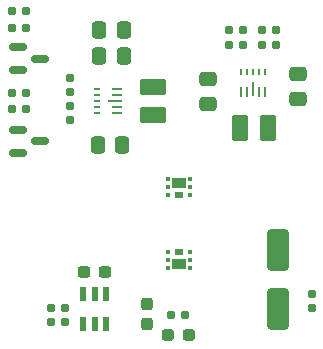
<source format=gbr>
%TF.GenerationSoftware,KiCad,Pcbnew,7.0.6*%
%TF.CreationDate,2023-07-14T02:37:10+02:00*%
%TF.ProjectId,rrr,7272722e-6b69-4636-9164-5f7063625858,rev?*%
%TF.SameCoordinates,Original*%
%TF.FileFunction,Paste,Bot*%
%TF.FilePolarity,Positive*%
%FSLAX46Y46*%
G04 Gerber Fmt 4.6, Leading zero omitted, Abs format (unit mm)*
G04 Created by KiCad (PCBNEW 7.0.6) date 2023-07-14 02:37:10*
%MOMM*%
%LPD*%
G01*
G04 APERTURE LIST*
G04 Aperture macros list*
%AMRoundRect*
0 Rectangle with rounded corners*
0 $1 Rounding radius*
0 $2 $3 $4 $5 $6 $7 $8 $9 X,Y pos of 4 corners*
0 Add a 4 corners polygon primitive as box body*
4,1,4,$2,$3,$4,$5,$6,$7,$8,$9,$2,$3,0*
0 Add four circle primitives for the rounded corners*
1,1,$1+$1,$2,$3*
1,1,$1+$1,$4,$5*
1,1,$1+$1,$6,$7*
1,1,$1+$1,$8,$9*
0 Add four rect primitives between the rounded corners*
20,1,$1+$1,$2,$3,$4,$5,0*
20,1,$1+$1,$4,$5,$6,$7,0*
20,1,$1+$1,$6,$7,$8,$9,0*
20,1,$1+$1,$8,$9,$2,$3,0*%
G04 Aperture macros list end*
%ADD10RoundRect,0.237500X-0.237500X0.300000X-0.237500X-0.300000X0.237500X-0.300000X0.237500X0.300000X0*%
%ADD11R,0.425000X0.400000*%
%ADD12R,1.150000X0.950000*%
%ADD13R,0.800000X0.480000*%
%ADD14RoundRect,0.250000X0.475000X-0.337500X0.475000X0.337500X-0.475000X0.337500X-0.475000X-0.337500X0*%
%ADD15RoundRect,0.150000X-0.587500X-0.150000X0.587500X-0.150000X0.587500X0.150000X-0.587500X0.150000X0*%
%ADD16RoundRect,0.160000X0.197500X0.160000X-0.197500X0.160000X-0.197500X-0.160000X0.197500X-0.160000X0*%
%ADD17RoundRect,0.160000X-0.197500X-0.160000X0.197500X-0.160000X0.197500X0.160000X-0.197500X0.160000X0*%
%ADD18RoundRect,0.160000X-0.160000X0.197500X-0.160000X-0.197500X0.160000X-0.197500X0.160000X0.197500X0*%
%ADD19RoundRect,0.237500X0.300000X0.237500X-0.300000X0.237500X-0.300000X-0.237500X0.300000X-0.237500X0*%
%ADD20RoundRect,0.237500X-0.287500X-0.237500X0.287500X-0.237500X0.287500X0.237500X-0.287500X0.237500X0*%
%ADD21RoundRect,0.160000X0.160000X-0.197500X0.160000X0.197500X-0.160000X0.197500X-0.160000X-0.197500X0*%
%ADD22RoundRect,0.250000X-0.650000X1.500000X-0.650000X-1.500000X0.650000X-1.500000X0.650000X1.500000X0*%
%ADD23R,0.600000X1.200000*%
%ADD24RoundRect,0.250000X0.337500X0.475000X-0.337500X0.475000X-0.337500X-0.475000X0.337500X-0.475000X0*%
%ADD25R,0.250000X0.600000*%
%ADD26R,0.250000X0.900000*%
%ADD27R,0.250000X1.300000*%
%ADD28R,0.600000X0.250000*%
%ADD29R,0.900000X0.250000*%
%ADD30R,1.300000X0.250000*%
%ADD31RoundRect,0.250001X0.462499X0.849999X-0.462499X0.849999X-0.462499X-0.849999X0.462499X-0.849999X0*%
%ADD32RoundRect,0.250001X-0.849999X0.462499X-0.849999X-0.462499X0.849999X-0.462499X0.849999X0.462499X0*%
G04 APERTURE END LIST*
D10*
%TO.C,C8*%
X97300000Y-118937500D03*
X97300000Y-120662500D03*
%TD*%
D11*
%TO.C,Q1*%
X99124000Y-115900000D03*
X99124000Y-115250000D03*
X99124000Y-114600000D03*
X101000000Y-114600000D03*
X101000000Y-115250000D03*
X101000000Y-115900000D03*
D12*
X100062000Y-115575000D03*
D13*
X100062000Y-114550000D03*
%TD*%
D14*
%TO.C,C6*%
X110100000Y-101575000D03*
X110100000Y-99500000D03*
%TD*%
D15*
%TO.C,Q3*%
X86412500Y-106150000D03*
X86412500Y-104250000D03*
X88287500Y-105200000D03*
%TD*%
D16*
%TO.C,R14*%
X87097500Y-102500000D03*
X85902500Y-102500000D03*
%TD*%
D17*
%TO.C,R24*%
X85902500Y-94200000D03*
X87097500Y-94200000D03*
%TD*%
D18*
%TO.C,R8*%
X90837500Y-102202500D03*
X90837500Y-103397500D03*
%TD*%
D19*
%TO.C,C7*%
X93762500Y-116300000D03*
X92037500Y-116300000D03*
%TD*%
D18*
%TO.C,R4*%
X90837500Y-99802500D03*
X90837500Y-100997500D03*
%TD*%
D20*
%TO.C,D2*%
X99150000Y-121600000D03*
X100900000Y-121600000D03*
%TD*%
D17*
%TO.C,R6*%
X107102500Y-97000000D03*
X108297500Y-97000000D03*
%TD*%
D21*
%TO.C,R5*%
X89200000Y-120497500D03*
X89200000Y-119302500D03*
%TD*%
D15*
%TO.C,Q4*%
X86412500Y-99150000D03*
X86412500Y-97250000D03*
X88287500Y-98200000D03*
%TD*%
D18*
%TO.C,R10*%
X90400000Y-119302500D03*
X90400000Y-120497500D03*
%TD*%
D17*
%TO.C,R21*%
X85902500Y-101100000D03*
X87097500Y-101100000D03*
%TD*%
D14*
%TO.C,C5*%
X102500000Y-102037500D03*
X102500000Y-99962500D03*
%TD*%
D11*
%TO.C,Q2*%
X101000000Y-108400000D03*
X101000000Y-109050000D03*
X101000000Y-109700000D03*
X99124000Y-109700000D03*
X99124000Y-109050000D03*
X99124000Y-108400000D03*
D12*
X100062000Y-108725000D03*
D13*
X100062000Y-109750000D03*
%TD*%
D17*
%TO.C,R3*%
X104305000Y-95800000D03*
X105500000Y-95800000D03*
%TD*%
D16*
%TO.C,R9*%
X100597500Y-119900000D03*
X99402500Y-119900000D03*
%TD*%
D22*
%TO.C,D1*%
X108400000Y-114400000D03*
X108400000Y-119400000D03*
%TD*%
D16*
%TO.C,R25*%
X87097500Y-95600000D03*
X85902500Y-95600000D03*
%TD*%
D23*
%TO.C,IC3*%
X91950000Y-118150000D03*
X92900000Y-118150000D03*
X93850000Y-118150000D03*
X93850000Y-120650000D03*
X92900000Y-120650000D03*
X91950000Y-120650000D03*
%TD*%
D24*
%TO.C,C3*%
X95375000Y-98000000D03*
X93300000Y-98000000D03*
%TD*%
%TO.C,C2*%
X95237500Y-105500000D03*
X93162500Y-105500000D03*
%TD*%
D25*
%TO.C,IC5*%
X105300000Y-99350000D03*
X105800000Y-99350000D03*
X106300000Y-99350000D03*
X106800000Y-99350000D03*
X107300000Y-99350000D03*
D26*
X107300000Y-101000000D03*
X106800000Y-101000000D03*
D27*
X106300000Y-100800000D03*
D26*
X105800000Y-101000000D03*
X105300000Y-101000000D03*
%TD*%
D28*
%TO.C,IC6*%
X93137500Y-102800000D03*
X93137500Y-102300000D03*
X93137500Y-101800000D03*
X93137500Y-101300000D03*
X93137500Y-100800000D03*
D29*
X94787500Y-100800000D03*
X94787500Y-101300000D03*
D30*
X94587500Y-101800000D03*
D29*
X94787500Y-102300000D03*
X94787500Y-102800000D03*
%TD*%
D31*
%TO.C,L1*%
X107562500Y-104100000D03*
X105237500Y-104100000D03*
%TD*%
D18*
%TO.C,R1*%
X111300000Y-118102500D03*
X111300000Y-119297500D03*
%TD*%
D16*
%TO.C,R2*%
X108297500Y-95800000D03*
X107102500Y-95800000D03*
%TD*%
D32*
%TO.C,L2*%
X97837500Y-100637500D03*
X97837500Y-102962500D03*
%TD*%
D16*
%TO.C,R7*%
X105500000Y-97000000D03*
X104305000Y-97000000D03*
%TD*%
D24*
%TO.C,C4*%
X95375000Y-95800000D03*
X93300000Y-95800000D03*
%TD*%
M02*

</source>
